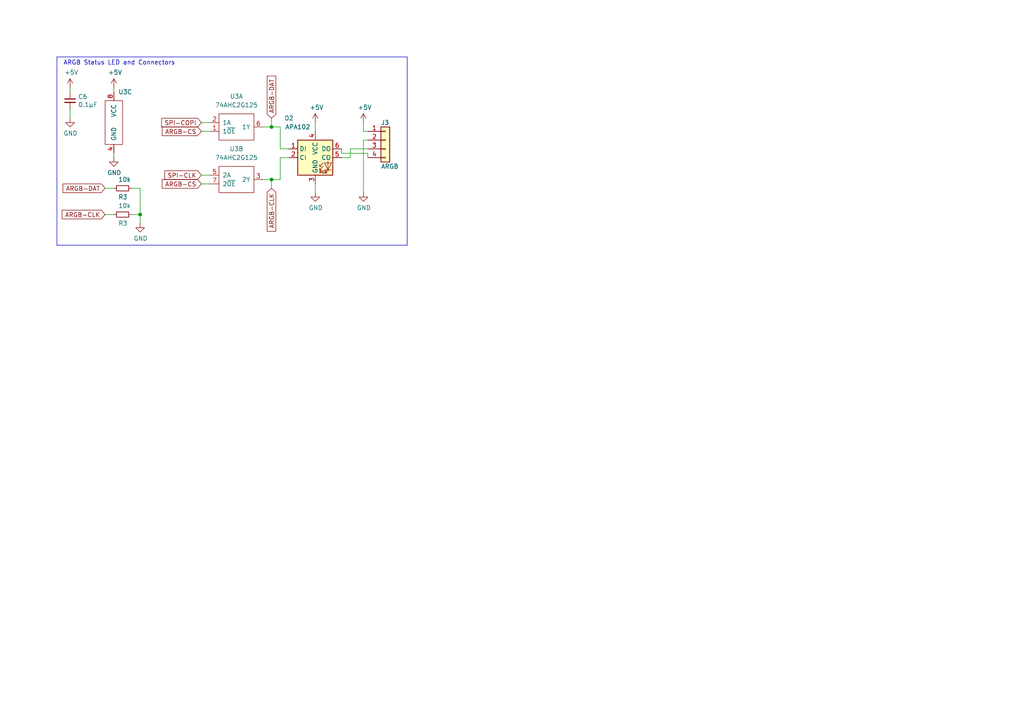
<source format=kicad_sch>
(kicad_sch (version 20230121) (generator eeschema)
  (paper "A4")
  (lib_symbols
    (symbol "Connector_Generic:Conn_01x04" (pin_names (offset 1.016) hide)
      (property "Reference" "J" (at 0 5.08 0))
      (property "Value" "Conn_01x04" (at 0 -7.62 0))
      (symbol "Conn_01x04_1_1"
        (rectangle (start -1.27 -4.953) (end 0 -5.207) (stroke (width 0.1524)))
        (rectangle (start -1.27 -2.413) (end 0 -2.667) (stroke (width 0.1524)))
        (rectangle (start -1.27 0.127) (end 0 -0.127) (stroke (width 0.1524)))
        (rectangle (start -1.27 2.667) (end 0 2.413) (stroke (width 0.1524)))
        (rectangle (start -1.27 3.81) (end 1.27 -6.35) (stroke (width 0.254)) (fill (type background)))
        (pin passive line (at -5.08 2.54 0) (length 3.81) (name "Pin_1") (number "1"))
        (pin passive line (at -5.08 0 0) (length 3.81) (name "Pin_2") (number "2"))
        (pin passive line (at -5.08 -2.54 0) (length 3.81) (name "Pin_3") (number "3"))
        (pin passive line (at -5.08 -5.08 0) (length 3.81) (name "Pin_4") (number "4"))
      )
    )
    (symbol "Device:C_Small" (pin_numbers hide) (pin_names (offset 0.254) hide)
      (property "Reference" "C" (at 0.254 1.778 0))
      (property "Value" "C_Small" (at 0.254 -2.032 0))
      (symbol "C_Small_0_1"
        (polyline (pts (xy -1.524 -0.508) (xy 1.524 -0.508)) (stroke (width 0.3302)))
        (polyline (pts (xy -1.524 0.508) (xy 1.524 0.508)) (stroke (width 0.3048)))
      )
      (symbol "C_Small_1_1"
        (pin passive line (at 0 2.54 270) (length 2.032) (name "~") (number "1"))
        (pin passive line (at 0 -2.54 90) (length 2.032) (name "~") (number "2"))
      )
    )
    (symbol "Device:R_Small" (pin_numbers hide) (pin_names (offset 0.254) hide)
      (property "Reference" "R" (at 0.762 0.508 0))
      (property "Value" "R_Small" (at 0.762 -1.016 0))
      (symbol "R_Small_0_1"
        (rectangle (start -0.762 1.778) (end 0.762 -1.778) (stroke (width 0.2032)))
      )
      (symbol "R_Small_1_1"
        (pin passive line (at 0 2.54 270) (length 0.762) (name "~") (number "1"))
        (pin passive line (at 0 -2.54 90) (length 0.762) (name "~") (number "2"))
      )
    )
    (symbol "KTANE:74AHC2G125" (pin_names (offset 1.016))
      (property "Reference" "U" (at 3.81 5.08 0))
      (property "Value" "74AHC2G125" (at 8.89 2.54 0))
      (symbol "74AHC2G125_1_1"
        (rectangle (start -5.08 3.81) (end 5.08 -3.81))
        (pin input line (at -7.62 -1.27 0) (length 2.54) (name "1~{OE}") (number "1"))
        (pin input line (at -7.62 1.27 0) (length 2.54) (name "1A") (number "2"))
        (pin input line (at 7.62 0 180) (length 2.54) (name "1Y") (number "6"))
      )
      (symbol "74AHC2G125_2_1"
        (rectangle (start -5.08 3.81) (end 5.08 -3.81))
        (pin input line (at 7.62 0 180) (length 2.54) (name "2Y") (number "3"))
        (pin input line (at -7.62 1.27 0) (length 2.54) (name "2A") (number "5"))
        (pin input line (at -7.62 -1.27 0) (length 2.54) (name "2~{OE}") (number "7"))
      )
      (symbol "74AHC2G125_3_1"
        (rectangle (start -2.54 6.35) (end 2.54 -6.35))
        (pin input line (at 0 -8.89 90) (length 2.54) (name "GND") (number "4"))
        (pin input line (at 0 8.89 270) (length 2.54) (name "VCC") (number "8"))
      )
    )
    (symbol "LED:APA102"
      (property "Reference" "D" (at 5.08 5.715 0))
      (property "Value" "APA102" (at 1.27 -5.715 0))
      (symbol "APA102_0_0"
        (text "RGB" (at 2.286 -4.191 0) (effects (font (size 0.762 0.762))))
      )
      (symbol "APA102_0_1"
        (polyline (pts (xy 1.27 -3.556) (xy 1.778 -3.556)))
        (polyline (pts (xy 1.27 -2.54) (xy 1.778 -2.54)))
        (polyline (pts (xy 4.699 -3.556) (xy 2.667 -3.556)))
        (polyline (pts (xy 2.286 -2.54) (xy 1.27 -3.556) (xy 1.27 -3.048)))
        (polyline (pts (xy 2.286 -1.524) (xy 1.27 -2.54) (xy 1.27 -2.032)))
        (polyline (pts (xy 3.683 -1.016) (xy 3.683 -3.556) (xy 3.683 -4.064)))
        (polyline (pts (xy 4.699 -1.524) (xy 2.667 -1.524) (xy 3.683 -3.556) (xy 4.699 -1.524)))
        (rectangle (start 5.08 5.08) (end -5.08 -5.08) (stroke (width 0.254)) (fill (type background)))
      )
      (symbol "APA102_1_1"
        (pin input line (at -7.62 2.54 0) (length 2.54) (name "DI") (number "1"))
        (pin input line (at -7.62 0 0) (length 2.54) (name "CI") (number "2"))
        (pin power_in line (at 0 -7.62 90) (length 2.54) (name "GND") (number "3"))
        (pin power_in line (at 0 7.62 270) (length 2.54) (name "VCC") (number "4"))
        (pin output line (at 7.62 0 180) (length 2.54) (name "CO") (number "5"))
        (pin output line (at 7.62 2.54 180) (length 2.54) (name "DO") (number "6"))
      )
    )
    (symbol "power:+5V" (power) (pin_names (offset 0))
      (property "Value" "+5V" (at 0 3.556 0))
      (symbol "+5V_0_1"
        (polyline (pts (xy -0.762 1.27) (xy 0 2.54)))
        (polyline (pts (xy 0 0) (xy 0 2.54)))
        (polyline (pts (xy 0 2.54) (xy 0.762 1.27)))
      )
      (symbol "+5V_1_1"
        (pin power_in line (at 0 0 90) (length 0) hide (name "+5V") (number "1"))
      )
    )
    (symbol "power:GND" (power) (pin_names (offset 0))
      (property "Value" "GND" (at 0 -3.81 0))
      (symbol "GND_0_1"
        (polyline (pts (xy 0 0) (xy 0 -1.27) (xy 1.27 -1.27) (xy 0 -2.54) (xy -1.27 -1.27) (xy 0 -1.27)))
      )
      (symbol "GND_1_1"
        (pin power_in line (at 0 0 270) (length 0) hide (name "GND") (number "1"))
      )
    )
  )
  (junction (at 78.74 36.83))
  (junction (at 40.64 62.23))
  (junction (at 78.74 52.07))
  (wire (pts (xy 101.6 43.18) (xy 101.6 45.72)))
  (wire (pts (xy 33.02 45.72) (xy 33.02 44.45)))
  (wire (pts (xy 106.68 43.18) (xy 101.6 43.18)))
  (wire (pts (xy 30.48 54.61) (xy 33.02 54.61)))
  (wire (pts (xy 83.82 43.18) (xy 81.28 43.18)))
  (wire (pts (xy 33.02 26.67) (xy 33.02 25.4)))
  (wire (pts (xy 101.6 45.72) (xy 99.06 45.72)))
  (wire (pts (xy 20.32 25.4) (xy 20.32 26.67)))
  (wire (pts (xy 105.41 38.1) (xy 106.68 38.1)))
  (wire (pts (xy 105.41 40.64) (xy 106.68 40.64)))
  (wire (pts (xy 30.48 62.23) (xy 33.02 62.23)))
  (wire (pts (xy 40.64 62.23) (xy 40.64 64.77)))
  (wire (pts (xy 20.32 31.75) (xy 20.32 34.29)))
  (wire (pts (xy 58.42 38.1) (xy 60.96 38.1)))
  (wire (pts (xy 106.68 44.45) (xy 106.68 45.72)))
  (polyline (pts (xy 16.51 71.12) (xy 118.11 71.12)))
  (wire (pts (xy 40.64 54.61) (xy 40.64 62.23)))
  (wire (pts (xy 91.44 35.56) (xy 91.44 38.1)))
  (wire (pts (xy 78.74 52.07) (xy 81.28 52.07)))
  (wire (pts (xy 99.06 44.45) (xy 106.68 44.45)))
  (polyline (pts (xy 118.11 71.12) (xy 118.11 16.51)))
  (wire (pts (xy 38.1 54.61) (xy 40.64 54.61)))
  (wire (pts (xy 91.44 53.34) (xy 91.44 55.88)))
  (wire (pts (xy 105.41 40.64) (xy 105.41 55.88)))
  (wire (pts (xy 99.06 43.18) (xy 99.06 44.45)))
  (wire (pts (xy 76.2 52.07) (xy 78.74 52.07)))
  (wire (pts (xy 58.42 50.8) (xy 60.96 50.8)))
  (wire (pts (xy 58.42 35.56) (xy 60.96 35.56)))
  (wire (pts (xy 58.42 53.34) (xy 60.96 53.34)))
  (wire (pts (xy 83.82 45.72) (xy 81.28 45.72)))
  (wire (pts (xy 78.74 52.07) (xy 78.74 54.61)))
  (wire (pts (xy 81.28 43.18) (xy 81.28 36.83)))
  (wire (pts (xy 105.41 35.56) (xy 105.41 38.1)))
  (wire (pts (xy 81.28 36.83) (xy 78.74 36.83)))
  (polyline (pts (xy 118.11 16.51) (xy 16.51 16.51)))
  (wire (pts (xy 78.74 34.29) (xy 78.74 36.83)))
  (wire (pts (xy 78.74 36.83) (xy 76.2 36.83)))
  (wire (pts (xy 38.1 62.23) (xy 40.64 62.23)))
  (polyline (pts (xy 16.51 16.51) (xy 16.51 71.12)))
  (wire (pts (xy 81.28 52.07) (xy 81.28 45.72)))
  (text "ARGB Status LED and Connectors" (at 50.8 19.05 0) (effects (font (size 1.27 1.27)) (justify right bottom)))
  (global_label "ARGB-CLK" (shape input) (at 30.48 62.23 180) (property "Intersheetrefs" "${INTERSHEET_REFS}" (effects hide)))
  (global_label "SPI-CLK" (shape input) (at 58.42 50.8 180) (property "Intersheetrefs" "${INTERSHEET_REFS}" (effects hide)))
  (global_label "ARGB-CLK" (shape input) (at 78.74 54.61 270) (property "Intersheetrefs" "${INTERSHEET_REFS}" (effects hide)))
  (global_label "ARGB-CS" (shape input) (at 58.42 53.34 180) (property "Intersheetrefs" "${INTERSHEET_REFS}" (effects hide)))
  (global_label "ARGB-DAT" (shape input) (at 78.74 34.29 90) (property "Intersheetrefs" "${INTERSHEET_REFS}" (effects hide)))
  (global_label "SPI-COPI" (shape input) (at 58.42 35.56 180) (property "Intersheetrefs" "${INTERSHEET_REFS}" (effects hide)))
  (global_label "ARGB-DAT" (shape input) (at 30.48 54.61 180) (property "Intersheetrefs" "${INTERSHEET_REFS}" (effects hide)))
  (global_label "ARGB-CS" (shape input) (at 58.42 38.1 180) (property "Intersheetrefs" "${INTERSHEET_REFS}" (effects hide)))
  (symbol (lib_id "Connector_Generic:Conn_01x04") (at 111.76 40.64 0) (unit 1)
    (property "Reference" "J3" (at 110.49 35.56 0) (effects (justify left)))
    (property "Value" "ARGB" (at 110.49 48.26 0) (effects (justify left)))
    (property "Footprint" "Connector_JST:JST_PH_B4B-PH-SM4-TB_1x04-1MP_P2.00mm_Vertical" (effects hide))
    (instances (project "ControlBoard" (path "" (reference "J3") (unit 1)) (path "" (reference "J1") (unit 1))))
  )
  (symbol (lib_id "power:+5V") (at 33.02 25.4 0) (unit 1)
    (property "Reference" "#PWR026" (effects hide))
    (property "Value" "+5V" (at 33.401 21.0058 0))
    (instances (project "ControlBoard" (path "" (reference "#PWR026") (unit 1)) (path "" (reference "#PWR064") (unit 1))))
  )
  (symbol (lib_id "power:+5V") (at 20.32 25.4 0) (unit 1)
    (property "Reference" "#PWR026" (effects hide))
    (property "Value" "+5V" (at 20.701 21.0058 0))
  )
  (symbol (lib_id "power:+5V") (at 91.44 35.56 0) (unit 1)
    (property "Reference" "#PWR027" (effects hide))
    (property "Value" "+5V" (at 91.821 31.1658 0))
    (instances (project "ControlBoard" (path "" (reference "#PWR027") (unit 1)) (path "" (reference "#PWR028") (unit 1))))
  )
  (symbol (lib_id "power:GND") (at 105.41 55.88 0) (unit 1)
    (property "Reference" "#PWR036" (effects hide))
    (property "Value" "GND" (at 105.537 60.2742 0))
  )
  (symbol (lib_id "power:+5V") (at 105.41 35.56 0) (unit 1)
    (property "Reference" "#PWR028" (effects hide))
    (property "Value" "+5V" (at 105.791 31.1658 0))
    (instances (project "ControlBoard" (path "" (reference "#PWR028") (unit 1)) (path "" (reference "#PWR035") (unit 1))))
  )
  (symbol (lib_id "power:GND") (at 33.02 45.72 0) (unit 1)
    (property "Reference" "#PWR029" (effects hide))
    (property "Value" "GND" (at 33.147 50.1142 0))
    (instances (project "ControlBoard" (path "" (reference "#PWR029") (unit 1)) (path "" (reference "#PWR065") (unit 1))))
  )
  (symbol (lib_id "KTANE:74AHC2G125") (at 33.02 35.56 0) (unit 3)
    (property "Reference" "U3" (at 34.29 26.67 0) (effects (justify left)))
    (property "Value" "74AHC2G125" (effects hide))
  )
  (symbol (lib_id "KTANE:74AHC2G125") (at 68.58 36.83 0) (unit 1)
    (property "Reference" "U3" (at 68.58 27.94 0))
    (property "Value" "74AHC2G125" (at 68.58 30.48 0))
  )
  (symbol (lib_id "LED:APA102") (at 91.44 45.72 0) (unit 1)
    (property "Reference" "D2" (at 83.82 34.29 0))
    (property "Value" "APA102" (at 86.36 36.83 0))
    (property "Footprint" "LED_SMD:LED_RGB_5050-6" (effects hide))
    (property "Datasheet" "http://www.led-color.com/upload/201506/APA102%20LED.pdf" (effects hide))
  )
  (symbol (lib_id "KTANE:74AHC2G125") (at 68.58 52.07 0) (unit 2)
    (property "Reference" "U3" (at 68.58 43.18 0))
    (property "Value" "74AHC2G125" (at 68.58 45.72 0))
  )
  (symbol (lib_id "power:GND") (at 91.44 55.88 0) (unit 1)
    (property "Reference" "#PWR035" (effects hide))
    (property "Value" "GND" (at 91.567 60.2742 0))
    (instances (project "ControlBoard" (path "" (reference "#PWR035") (unit 1)) (path "" (reference "#PWR029") (unit 1))))
  )
  (symbol (lib_id "power:GND") (at 20.32 34.29 0) (unit 1)
    (property "Reference" "#PWR029" (effects hide))
    (property "Value" "GND" (at 20.447 38.6842 0))
    (instances (project "ControlBoard" (path "" (reference "#PWR029") (unit 1)) (path "" (reference "#PWR027") (unit 1))))
  )
  (symbol (lib_id "Device:C_Small") (at 20.32 29.21 0) (unit 1)
    (property "Reference" "C6" (at 22.6568 28.0416 0) (effects (justify left)))
    (property "Value" "0.1μF" (at 22.6568 30.353 0) (effects (justify left)))
    (property "Footprint" "Capacitor_SMD:C_0805_2012Metric" (effects hide))
  )
  (symbol (lib_id "Device:R_Small") (at 35.56 54.61 270) (unit 1)
    (property "Reference" "R3" (at 34.29 57.15 90) (effects (justify left)))
    (property "Value" "10k" (at 34.29 52.07 90) (effects (justify left)))
    (property "Footprint" "Resistor_SMD:R_0805_2012Metric" (effects hide))
    (instances (project "ControlBoard" (path "" (reference "R3") (unit 1)) (path "" (reference "R9") (unit 1))))
  )
  (symbol (lib_id "power:GND") (at 40.64 64.77 0) (unit 1)
    (property "Reference" "#PWR029" (effects hide))
    (property "Value" "GND" (at 40.767 69.1642 0))
    (instances (project "ControlBoard" (path "" (reference "#PWR029") (unit 1)) (path "" (reference "#PWR066") (unit 1))))
  )
  (symbol (lib_id "Device:R_Small") (at 35.56 62.23 270) (unit 1)
    (property "Reference" "R3" (at 34.29 64.77 90) (effects (justify left)))
    (property "Value" "10k" (at 34.29 59.69 90) (effects (justify left)))
    (property "Footprint" "Resistor_SMD:R_0805_2012Metric" (effects hide))
    (instances (project "ControlBoard" (path "" (reference "R3") (unit 1)) (path "" (reference "R12") (unit 1))))
  )
)
</source>
